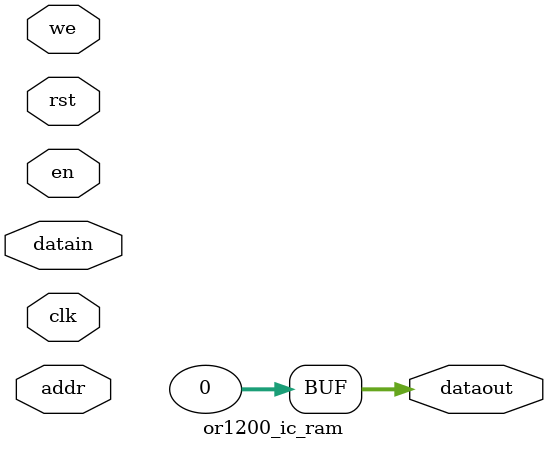
<source format=v>

`timescale 1ps/1ps
// synopsys translate_on
//////////////////////////////////////////////////////////////////////
////                                                              ////
////  OR1200's definitions                                        ////
////                                                              ////
////  This file is part of the OpenRISC 1200 project              ////
////  http://opencores.org/project,or1k                           ////
////                                                              ////
////  Description                                                 ////
////  Defines for the OR1200 core                                 ////
////                                                              ////
////  To Do:                                                      ////
////   - add parameters that are missing                          ////
////                                                              ////
////  Author(s):                                                  ////
////      - Damjan Lampret, lampret@opencores.org                 ////
////                                                              ////
//////////////////////////////////////////////////////////////////////
////                                                              ////
//// Copyright (C) 2000 Authors and OPENCORES.ORG                 ////
////                                                              ////
//// This source file may be used and distributed without         ////
//// restriction provided that this copyright statement is not    ////
//// removed from the file and that any derivative work contains  ////
//// the original copyright notice and the associated disclaimer. ////
////                                                              ////
//// This source file is free software; you can redistribute it   ////
//// and/or modify it under the terms of the GNU Lesser General   ////
//// Public License as published by the Free Software Foundation; ////
//// either version 2.1 of the License, or (at your option) any   ////
//// later version.                                               ////
////                                                              ////
//// This source is distributed in the hope that it will be       ////
//// useful, but WITHOUT ANY WARRANTY; without even the implied   ////
//// warranty of MERCHANTABILITY or FITNESS FOR A PARTICULAR      ////
//// PURPOSE.  See the GNU Lesser General Public License for more ////
//// details.                                                     ////
////                                                              ////
//// You should have received a copy of the GNU Lesser General    ////
//// Public License along with this source; if not, download it   ////
//// from http://www.opencores.org/lgpl.shtml                     ////
////                                                              ////
//////////////////////////////////////////////////////////////////////
//
// $Log: or1200_defines.v,v $
// Revision 2.0  2010/06/30 11:00:00  ORSoC
// Minor update: 
// Defines added, bugs fixed. 

//
// Dump VCD
//
//`define OR1200_VCD_DUMP

//
// Generate debug messages during simulation
//
//`define OR1200_VERBOSE

////////////////////////////////////////////////////////
//
// Typical configuration for an ASIC
//

//
// Target ASIC memories
//
//`define OR1200_ARTISAN_SSP
//`define OR1200_ARTISAN_SDP
//`define OR1200_ARTISAN_STP
//`define OR1200_VIRTUALSILICON_SSP
//`define OR1200_VIRTUALSILICON_STP_T1
//`define OR1200_VIRTUALSILICON_STP_T2

//
// Do not implement Data cache
//

//
// Do not implement Insn cache
//

//
// Do not implement Data MMU
//
//`define OR1200_NO_DMMU

//
// Do not implement Insn MMU
//
//`define OR1200_NO_IMMU

//
// Select between ASIC optimized and generic multiplier
//
//`define OR1200_GENERIC_MULTP2_32X32

//
// Size/type of insn/data cache if implemented
//
// `define OR1200_IC_1W_4KB
// `define OR1200_IC_1W_8KB
// `define OR1200_DC_1W_8KB



//////////////////////////////////////////////////////////
//
// Do not change below unless you know what you are doing
//

//
// Reset active low
//
//`define OR1200_RST_ACT_LOW

//
// Enable RAM BIST
//
// At the moment this only works for Virtual Silicon
// single port RAMs. For other RAMs it has not effect.
// Special wrapper for VS RAMs needs to be provided
// with scan flops to facilitate bist scan.
//
//`define OR1200_BIST

//
// Register OR1200 WISHBONE outputs
// (must be defined/enabled)
//

//
// Register OR1200 WISHBONE inputs
//
// (must be undefined/disabled)
//
//`define OR1200_REGISTERED_INPUTS

//
// Disable bursts if they are not supported by the
// memory subsystem (only affect cache line fill)
//
//`define OR1200_NO_BURSTS
//

//
// WISHBONE retry counter range
//
// 2^value range for retry counter. Retry counter
// is activated whenever *wb_rty_i is asserted and
// until retry counter expires, corresponding
// WISHBONE interface is deactivated.
//
// To disable retry counters and *wb_rty_i all together,
// undefine this macro.
//
//`define OR1200_WB_RETRY 7

//
// WISHBONE Consecutive Address Burst
//
// This was used prior to WISHBONE B3 specification
// to identify bursts. It is no longer needed but
// remains enabled for compatibility with old designs.
//
// To remove *wb_cab_o ports undefine this macro.
//
//`define OR1200_WB_CAB

//
// WISHBONE B3 compatible interface
//
// This follows the WISHBONE B3 specification.
// It is not enabled by default because most
// designs still don't use WB b3.
//
// To enable *wb_cti_o/*wb_bte_o ports,
// define this macro.
//

//
// LOG all WISHBONE accesses
//

//
// Enable additional synthesis directives if using
// _Synopsys_ synthesis tool
//
//`define OR1200_ADDITIONAL_SYNOPSYS_DIRECTIVES

//
// Enables default statement in some case blocks
// and disables Synopsys synthesis directive full_case
//
// By default it is enabled. When disabled it
// can increase clock frequency.
//

//
// Operand width / register file address width
//
// (DO NOT CHANGE)
//

//
// l.add/l.addi/l.and and optional l.addc/l.addic
// also set (compare) flag when result of their
// operation equals zero
//
// At the time of writing this, default or32
// C/C++ compiler doesn't generate code that
// would benefit from this optimization.
//
// By default this optimization is disabled to
// save area.
//
//`define OR1200_ADDITIONAL_FLAG_MODIFIERS

//
// Implement l.addc/l.addic instructions
//
// By default implementation of l.addc/l.addic
// instructions is enabled in case you need them.
// If you don't use them, then disable implementation
// to save area.
//

//
// Implement l.sub instruction
//
// By default implementation of l.sub instructions
// is enabled to be compliant with the simulator.
// If you don't use carry bit, then disable
// implementation to save area.
//

//
// Implement carry bit SR[CY]
//
//
// By default implementation of SR[CY] is enabled
// to be compliant with the simulator. However SR[CY]
// is explicitly only used by l.addc/l.addic/l.sub
// instructions and if these three insns are not
// implemented there is not much point having SR[CY].
//

//
// Implement carry bit SR[OV]
//
// Compiler doesn't use this, but other code may like
// to.
//

//
// Implement carry bit SR[OVE]
//
// Overflow interrupt indicator. When enabled, SR[OV] flag
// does not remain asserted after exception.
//


//
// Implement rotate in the ALU
//
// At the time of writing this, or32
// C/C++ compiler doesn't generate rotate
// instructions. However or32 assembler
// can assemble code that uses rotate insn.
// This means that rotate instructions
// must be used manually inserted.
//
// By default implementation of rotate
// is disabled to save area and increase
// clock frequency.
//
//`define OR1200_IMPL_ALU_ROTATE

//
// Type of ALU compare to implement
//
// Try to find which synthesizes with
// most efficient logic use or highest speed.
//
//`define OR1200_IMPL_ALU_COMP1
//`define OR1200_IMPL_ALU_COMP2

//
// Implement Find First/Last '1'
//

//
// Implement l.cust5 ALU instruction
//
//`define OR1200_IMPL_ALU_CUST5

//
// Implement l.extXs and l.extXz instructions
//

//
// Implement multiplier
//
// By default multiplier is implemented
//

//
// Implement multiply-and-accumulate
//
// By default MAC is implemented. To
// implement MAC, multiplier (non-serial) needs to be
// implemented.
//
//`define OR1200_MAC_IMPLEMENTED

//
// Implement optional l.div/l.divu instructions
//
// By default divide instructions are not implemented
// to save area.
//
//

//
// Serial multiplier.
//
//`define OR1200_MULT_SERIAL

//
// Serial divider.
// Uncomment to use a serial divider, otherwise will
// be a generic parallel implementation.
//

//
// Implement HW Single Precision FPU
//
//`define OR1200_FPU_IMPLEMENTED

//
// Clock ratio RISC clock versus WB clock
//
// If you plan to run WB:RISC clock fixed to 1:1, disable
// both defines
//
// For WB:RISC 1:2 or 1:1, enable OR1200_CLKDIV_2_SUPPORTED
// and use clmode to set ratio
//
// For WB:RISC 1:4, 1:2 or 1:1, enable both defines and use
// clmode to set ratio
//
//`define OR1200_CLKDIV_2_SUPPORTED
//`define OR1200_CLKDIV_4_SUPPORTED

//
// Type of register file RAM
//
// Memory macro w/ two ports (see or1200_tpram_32x32.v)
//`define OR1200_RFRAM_TWOPORT
//
// Memory macro dual port (see or1200_dpram.v)

//
// Generic (flip-flop based) register file (see or1200_rfram_generic.v)
//`define OR1200_RFRAM_GENERIC
//  Generic register file supports - 16 registers 

//
// Type of mem2reg aligner to implement.
//
// Once OR1200_IMPL_MEM2REG2 yielded faster
// circuit, however with today tools it will
// most probably give you slower circuit.
//
//`define OR1200_IMPL_MEM2REG2

//
// Reset value and event
//
    
//
// ALUOPs
//
/* LS-nibble encodings correspond to bits [3:0] of instruction */

/* Values sent to ALU from decode unit - not defined by ISA */

// ALU instructions second opcode field

//
// MACOPs
//

//
// Shift/rotate ops
//

//
// Zero/Sign Extend ops
//

// Execution cycles per instruction

// Execution control which will "wait on" a module to finish


// Operand MUX selects

//
// BRANCHOPs
//

//
// LSUOPs
//
// Bit 0: sign extend
// Bits 1-2: 00 doubleword, 01 byte, 10 halfword, 11 singleword
// Bit 3: 0 load, 1 store

// Number of bits of load/store EA precalculated in ID stage
// for balancing ID and EX stages.
//
// Valid range: 2,3,...,30,31

// FETCHOPs

//
// Register File Write-Back OPs
//
// Bit 0: register file write enable
// Bits 3-1: write-back mux selects
//

// Compare instructions

//
// FP OPs
//
// MSbit indicates FPU operation valid
//
// FPU unit from Usselman takes 5 cycles from decode, so 4 ex. cycles
// FP instruction is double precision if bit 4 is set. We're a 32-bit 
// implementation thus do not support double precision FP 
// FP Compare instructions

//
// TAGs for instruction bus
//

//
// TAGs for data bus
//


//////////////////////////////////////////////
//
// ORBIS32 ISA specifics
//

// SHROT_OP position in machine word

//
// Instruction opcode groups (basic)
//
/* */
/* */
/* */
/* */

/////////////////////////////////////////////////////
//
// Exceptions
//

//
// Exception vectors per OR1K architecture:
// 0xPPPPP100 - reset
// 0xPPPPP200 - bus error
// ... etc
// where P represents exception prefix.
//
// Exception vectors can be customized as per
// the following formula:
// 0xPPPPPNVV - exception N
//
// P represents exception prefix
// N represents exception N
// VV represents length of the individual vector space,
//   usually it is 8 bits wide and starts with all bits zero
//

//
// PPPPP and VV parts
//
// Sum of these two defines needs to be 28
//

//
// N part width
//

//
// Definition of exception vectors
//
// To avoid implementation of a certain exception,
// simply comment out corresponding line
//


/////////////////////////////////////////////////////
//
// SPR groups
//

// Bits that define the group

// Width of the group bits

// Bits that define offset inside the group

// List of groups

/////////////////////////////////////////////////////
//
// System group
//

//
// System registers
//

//
// SR bits
//

//
// Bits that define offset inside the group
//

//
// Default Exception Prefix
//
// 1'b0 - OR1200_EXCEPT_EPH0_P (0x0000_0000)
// 1'b1 - OR1200_EXCEPT_EPH1_P (0xF000_0000)
//


//
// FPCSR bits
//

/////////////////////////////////////////////////////
//
// Power Management (PM)
//

// Define it if you want PM implemented
//`define OR1200_PM_IMPLEMENTED

// Bit positions inside PMR (don't change)

// PMR offset inside PM group of registers

// PM group

// Define if PMR can be read/written at any address inside PM group

// Define if reading PMR is allowed

// Define if unused PMR bits should be zero


/////////////////////////////////////////////////////
//
// Debug Unit (DU)
//

// Define it if you want DU implemented

//
// Define if you want HW Breakpoints
// (if HW breakpoints are not implemented
// only default software trapping is
// possible with l.trap insn - this is
// however already enough for use
// with or32 gdb)
//
//`define OR1200_DU_HWBKPTS

// Number of DVR/DCR pairs if HW breakpoints enabled
//	Comment / uncomment DU_DVRn / DU_DCRn pairs bellow according to this number ! 
//	DU_DVR0..DU_DVR7 should be uncommented for 8 DU_DVRDCR_PAIRS 

// Define if you want trace buffer
//	(for now only available for Xilinx Virtex FPGAs)
//`define OR1200_DU_TB_IMPLEMENTED


//
// Address offsets of DU registers inside DU group
//
// To not implement a register, doq not define its address
//

// Position of offset bits inside SPR address

// DCR bits

// DMR1 bits

// DMR2 bits

// DWCR bits

// DSR bits

// DRR bits

// Define if reading DU regs is allowed

// Define if unused DU registers bits should be zero

// Define if IF/LSU status is not needed by devel i/f

/////////////////////////////////////////////////////
//
// Programmable Interrupt Controller (PIC)
//

// Define it if you want PIC implemented

// Define number of interrupt inputs (2-31)

// Address offsets of PIC registers inside PIC group

// Position of offset bits inside SPR address

// Define if you want these PIC registers to be implemented

// Define if reading PIC registers is allowed

// Define if unused PIC register bits should be zero


/////////////////////////////////////////////////////
//
// Tick Timer (TT)
//

// Define it if you want TT implemented

// Address offsets of TT registers inside TT group

// Position of offset bits inside SPR group

// Define if you want these TT registers to be implemented

// TTMR bits

// Define if reading TT registers is allowed


//////////////////////////////////////////////
//
// MAC
//

//
// Shift {MACHI,MACLO} into destination register when executing l.macrc
//
// According to architecture manual there is no shift, so default value is 0.
// However the implementation has deviated in this from the arch manual and had
// hard coded shift by 28 bits which is a useful optimization for MP3 decoding 
// (if using libmad fixed point library). Shifts are no longer default setup, 
// but if you need to remain backward compatible, define your shift bits, which
// were normally
// dest_GPR = {MACHI,MACLO}[59:28]


//////////////////////////////////////////////
//
// Data MMU (DMMU)
//

//
// Address that selects between TLB TR and MR
//

//
// DTLBMR fields
//

//
// DTLBTR fields
//

//
// DTLB configuration
//

//
// Cache inhibit while DMMU is not enabled/implemented
//
// cache inhibited 0GB-4GB		1'b1
// cache inhibited 0GB-2GB		!dcpu_adr_i[31]
// cache inhibited 0GB-1GB 2GB-3GB	!dcpu_adr_i[30]
// cache inhibited 1GB-2GB 3GB-4GB	dcpu_adr_i[30]
// cache inhibited 2GB-4GB (default)	dcpu_adr_i[31]
// cached 0GB-4GB			1'b0
//


//////////////////////////////////////////////
//
// Insn MMU (IMMU)
//

//
// Address that selects between TLB TR and MR
//

//
// ITLBMR fields
//

//
// ITLBTR fields
//

//
// ITLB configuration
//

//
// Cache inhibit while IMMU is not enabled/implemented
// Note: all combinations that use icpu_adr_i cause async loop
//
// cache inhibited 0GB-4GB		1'b1
// cache inhibited 0GB-2GB		!icpu_adr_i[31]
// cache inhibited 0GB-1GB 2GB-3GB	!icpu_adr_i[30]
// cache inhibited 1GB-2GB 3GB-4GB	icpu_adr_i[30]
// cache inhibited 2GB-4GB (default)	icpu_adr_i[31]
// cached 0GB-4GB			1'b0
//


/////////////////////////////////////////////////
//
// Insn cache (IC)
//

// 4 for 16 byte line, 5 for 32 byte lines.
 
//
// IC configurations
//


/////////////////////////////////////////////////
//
// Data cache (DC)
//

// 4 for 16 bytes, 5 for 32 bytes
 
// Define to enable default behavior of cache as write through
// Turning this off enabled write back statergy
//

// Define to enable stores from the stack not doing writethrough.
// EXPERIMENTAL
//`define OR1200_DC_NOSTACKWRITETHROUGH

// Data cache SPR definitions
// Data cache group SPR addresses

//
// DC configurations
//


/////////////////////////////////////////////////
//
// Store buffer (SB)
//

//
// Store buffer
//
// It will improve performance by "caching" CPU stores
// using store buffer. This is most important for function
// prologues because DC can only work in write though mode
// and all stores would have to complete external WB writes
// to memory.
// Store buffer is between DC and data BIU.
// All stores will be stored into store buffer and immediately
// completed by the CPU, even though actual external writes
// will be performed later. As a consequence store buffer masks
// all data bus errors related to stores (data bus errors
// related to loads are delivered normally).
// All pending CPU loads will wait until store buffer is empty to
// ensure strict memory model. Right now this is necessary because
// we don't make destinction between cached and cache inhibited
// address space, so we simply empty store buffer until loads
// can begin.
//
// It makes design a bit bigger, depending what is the number of
// entries in SB FIFO. Number of entries can be changed further
// down.
//
//`define OR1200_SB_IMPLEMENTED

//
// Number of store buffer entries
//
// Verified number of entries are 4 and 8 entries
// (2 and 3 for OR1200_SB_LOG). OR1200_SB_ENTRIES must
// always match 2**OR1200_SB_LOG.
// To disable store buffer, undefine
// OR1200_SB_IMPLEMENTED.
//


/////////////////////////////////////////////////
//
// Quick Embedded Memory (QMEM)
//

//
// Quick Embedded Memory
//
// Instantiation of dedicated insn/data memory (RAM or ROM).
// Insn fetch has effective throughput 1insn / clock cycle.
// Data load takes two clock cycles / access, data store
// takes 1 clock cycle / access (if there is no insn fetch)).
// Memory instantiation is shared between insn and data,
// meaning if insn fetch are performed, data load/store
// performance will be lower.
//
// Main reason for QMEM is to put some time critical functions
// into this memory and to have predictable and fast access
// to these functions. (soft fpu, context switch, exception
// handlers, stack, etc)
//
// It makes design a bit bigger and slower. QMEM sits behind
// IMMU/DMMU so all addresses are physical (so the MMUs can be
// used with QMEM and QMEM is seen by the CPU just like any other
// memory in the system). IC/DC are sitting behind QMEM so the
// whole design timing might be worse with QMEM implemented.
//
//`define OR1200_QMEM_IMPLEMENTED

//
// Base address and mask of QMEM
//
// Base address defines first address of QMEM. Mask defines
// QMEM range in address space. Actual size of QMEM is however
// determined with instantiated RAM/ROM. However bigger
// mask will reserve more address space for QMEM, but also
// make design faster, while more tight mask will take
// less address space but also make design slower. If
// instantiated RAM/ROM is smaller than space reserved with
// the mask, instatiated RAM/ROM will also be shadowed
// at higher addresses in reserved space.
//

//
// QMEM interface byte-select capability
//
// To enable qmem_sel* ports, define this macro.
//
//`define OR1200_QMEM_BSEL

//
// QMEM interface acknowledge
//
// To enable qmem_ack port, define this macro.
//
//`define OR1200_QMEM_ACK

/////////////////////////////////////////////////////
//
// VR, UPR and Configuration Registers
//
//
// VR, UPR and configuration registers are optional. If 
// implemented, operating system can automatically figure
// out how to use the processor because it knows 
// what units are available in the processor and how they
// are configured.
//
// This section must be last in or1200_defines.v file so
// that all units are already configured and thus
// configuration registers are properly set.
// 

// Define if you want configuration registers implemented

// Define if you want full address decode inside SYS group

// Offsets of VR, UPR and CFGR registers

// VR fields

// VR values

// UPR fields

// UPR values

// CPUCFGR fields

// CPUCFGR values
     

// DMMUCFGR fields

// DMMUCFGR values

// IMMUCFGR fields

// IMMUCFGR values

// DCCFGR fields

// DCCFGR values

// ICCFGR fields

// ICCFGR values

// DCFGR fields

// DCFGR values

///////////////////////////////////////////////////////////////////////////////
// Boot Address Selection                                                    //
//                                                                           //
// Allows a definable boot address, potentially different to the usual reset //
// vector to allow for power-on code to be run, if desired.                  //
//                                                                           //
// OR1200_BOOT_ADR should be the 32-bit address of the boot location         //
//                                                                           //
// For default reset behavior uncomment the settings under the "Boot 0x100"  //
// comment below.                                                            //
//                                                                           //
///////////////////////////////////////////////////////////////////////////////
// Boot from 0xf0000100
//`define OR1200_BOOT_ADR 32'hf0000100
// Boot from 0x100
 
module or1200_ic_ram(
	// Clock and reset
	clk, rst, 


	// Internal i/f
	addr, en, we, datain, dataout
);

parameter dw = 32;
parameter aw = 9                       -2 ;

//
// I/O
//
input 				clk;
input				rst;
input	[aw-1:0]		addr;
input				en;
input	[3:0]			we;
input	[dw-1:0]		datain;
output	[dw-1:0]		dataout;



//
// Insn cache not implemented
//
assign dataout = {dw{1'b0}};


endmodule


</source>
